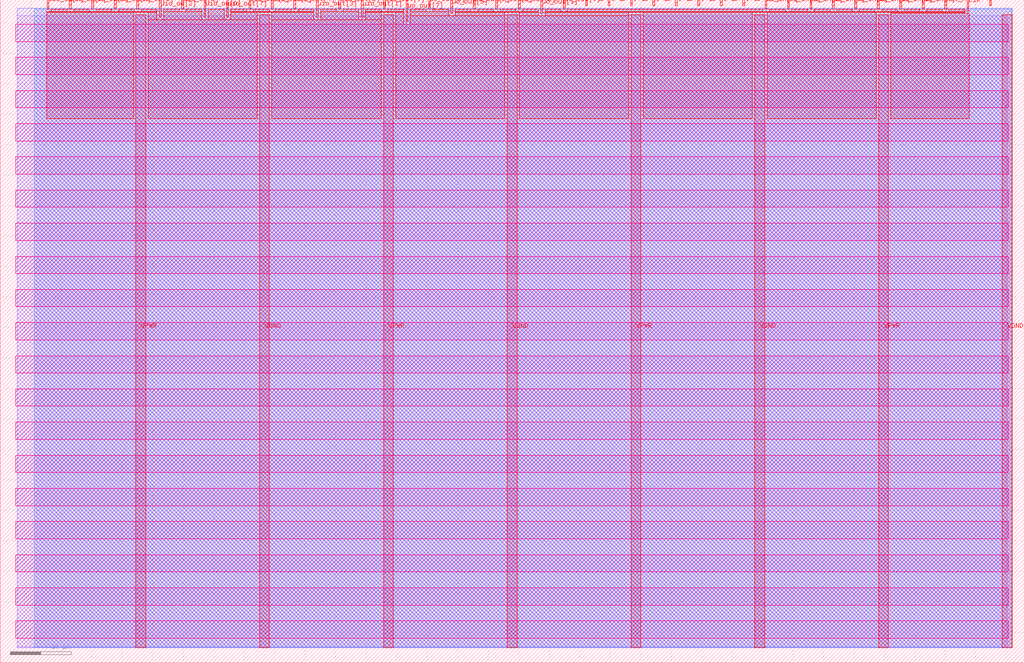
<source format=lef>
VERSION 5.7 ;
  NOWIREEXTENSIONATPIN ON ;
  DIVIDERCHAR "/" ;
  BUSBITCHARS "[]" ;
MACRO tt_um_marno_factorize
  CLASS BLOCK ;
  FOREIGN tt_um_marno_factorize ;
  ORIGIN 0.000 0.000 ;
  SIZE 167.900 BY 108.800 ;
  PIN VGND
    DIRECTION INOUT ;
    USE GROUND ;
    PORT
      LAYER met4 ;
        RECT 42.550 2.480 44.150 106.320 ;
    END
    PORT
      LAYER met4 ;
        RECT 83.145 2.480 84.745 106.320 ;
    END
    PORT
      LAYER met4 ;
        RECT 123.740 2.480 125.340 106.320 ;
    END
    PORT
      LAYER met4 ;
        RECT 164.335 2.480 165.935 106.320 ;
    END
  END VGND
  PIN VPWR
    DIRECTION INOUT ;
    USE POWER ;
    PORT
      LAYER met4 ;
        RECT 22.255 2.480 23.855 106.320 ;
    END
    PORT
      LAYER met4 ;
        RECT 62.850 2.480 64.450 106.320 ;
    END
    PORT
      LAYER met4 ;
        RECT 103.445 2.480 105.045 106.320 ;
    END
    PORT
      LAYER met4 ;
        RECT 144.040 2.480 145.640 106.320 ;
    END
  END VPWR
  PIN clk
    DIRECTION INPUT ;
    USE SIGNAL ;
    PORT
      LAYER met4 ;
        RECT 158.550 106.950 158.850 108.800 ;
    END
  END clk
  PIN ena
    DIRECTION INPUT ;
    USE SIGNAL ;
    PORT
      LAYER met4 ;
        RECT 162.230 107.800 162.530 108.800 ;
    END
  END ena
  PIN rst_n
    DIRECTION INPUT ;
    USE SIGNAL ;
    PORT
      LAYER met4 ;
        RECT 154.870 107.260 155.170 108.800 ;
    END
  END rst_n
  PIN ui_in[0]
    DIRECTION INPUT ;
    USE SIGNAL ;
    PORT
      LAYER met4 ;
        RECT 151.190 107.260 151.490 108.800 ;
    END
  END ui_in[0]
  PIN ui_in[1]
    DIRECTION INPUT ;
    USE SIGNAL ;
    PORT
      LAYER met4 ;
        RECT 147.510 107.260 147.810 108.800 ;
    END
  END ui_in[1]
  PIN ui_in[2]
    DIRECTION INPUT ;
    USE SIGNAL ;
    PORT
      LAYER met4 ;
        RECT 143.830 107.260 144.130 108.800 ;
    END
  END ui_in[2]
  PIN ui_in[3]
    DIRECTION INPUT ;
    USE SIGNAL ;
    PORT
      LAYER met4 ;
        RECT 140.150 107.260 140.450 108.800 ;
    END
  END ui_in[3]
  PIN ui_in[4]
    DIRECTION INPUT ;
    USE SIGNAL ;
    PORT
      LAYER met4 ;
        RECT 136.470 107.260 136.770 108.800 ;
    END
  END ui_in[4]
  PIN ui_in[5]
    DIRECTION INPUT ;
    USE SIGNAL ;
    PORT
      LAYER met4 ;
        RECT 132.790 107.260 133.090 108.800 ;
    END
  END ui_in[5]
  PIN ui_in[6]
    DIRECTION INPUT ;
    USE SIGNAL ;
    PORT
      LAYER met4 ;
        RECT 129.110 107.260 129.410 108.800 ;
    END
  END ui_in[6]
  PIN ui_in[7]
    DIRECTION INPUT ;
    USE SIGNAL ;
    PORT
      LAYER met4 ;
        RECT 125.430 107.260 125.730 108.800 ;
    END
  END ui_in[7]
  PIN uio_in[0]
    DIRECTION INPUT ;
    USE SIGNAL ;
    PORT
      LAYER met4 ;
        RECT 121.750 107.800 122.050 108.800 ;
    END
  END uio_in[0]
  PIN uio_in[1]
    DIRECTION INPUT ;
    USE SIGNAL ;
    PORT
      LAYER met4 ;
        RECT 118.070 107.800 118.370 108.800 ;
    END
  END uio_in[1]
  PIN uio_in[2]
    DIRECTION INPUT ;
    USE SIGNAL ;
    PORT
      LAYER met4 ;
        RECT 114.390 107.800 114.690 108.800 ;
    END
  END uio_in[2]
  PIN uio_in[3]
    DIRECTION INPUT ;
    USE SIGNAL ;
    PORT
      LAYER met4 ;
        RECT 110.710 107.800 111.010 108.800 ;
    END
  END uio_in[3]
  PIN uio_in[4]
    DIRECTION INPUT ;
    USE SIGNAL ;
    PORT
      LAYER met4 ;
        RECT 107.030 107.800 107.330 108.800 ;
    END
  END uio_in[4]
  PIN uio_in[5]
    DIRECTION INPUT ;
    USE SIGNAL ;
    PORT
      LAYER met4 ;
        RECT 103.350 107.800 103.650 108.800 ;
    END
  END uio_in[5]
  PIN uio_in[6]
    DIRECTION INPUT ;
    USE SIGNAL ;
    PORT
      LAYER met4 ;
        RECT 99.670 107.800 99.970 108.800 ;
    END
  END uio_in[6]
  PIN uio_in[7]
    DIRECTION INPUT ;
    USE SIGNAL ;
    PORT
      LAYER met4 ;
        RECT 95.990 107.800 96.290 108.800 ;
    END
  END uio_in[7]
  PIN uio_oe[0]
    DIRECTION OUTPUT TRISTATE ;
    USE SIGNAL ;
    PORT
      LAYER met4 ;
        RECT 33.430 105.900 33.730 108.800 ;
    END
  END uio_oe[0]
  PIN uio_oe[1]
    DIRECTION OUTPUT TRISTATE ;
    USE SIGNAL ;
    PORT
      LAYER met4 ;
        RECT 29.750 107.260 30.050 108.800 ;
    END
  END uio_oe[1]
  PIN uio_oe[2]
    DIRECTION OUTPUT TRISTATE ;
    USE SIGNAL ;
    PORT
      LAYER met4 ;
        RECT 26.070 105.900 26.370 108.800 ;
    END
  END uio_oe[2]
  PIN uio_oe[3]
    DIRECTION OUTPUT TRISTATE ;
    USE SIGNAL ;
    PORT
      LAYER met4 ;
        RECT 22.390 107.260 22.690 108.800 ;
    END
  END uio_oe[3]
  PIN uio_oe[4]
    DIRECTION OUTPUT TRISTATE ;
    USE SIGNAL ;
    PORT
      LAYER met4 ;
        RECT 18.710 107.260 19.010 108.800 ;
    END
  END uio_oe[4]
  PIN uio_oe[5]
    DIRECTION OUTPUT TRISTATE ;
    USE SIGNAL ;
    PORT
      LAYER met4 ;
        RECT 15.030 107.260 15.330 108.800 ;
    END
  END uio_oe[5]
  PIN uio_oe[6]
    DIRECTION OUTPUT TRISTATE ;
    USE SIGNAL ;
    PORT
      LAYER met4 ;
        RECT 11.350 107.260 11.650 108.800 ;
    END
  END uio_oe[6]
  PIN uio_oe[7]
    DIRECTION OUTPUT TRISTATE ;
    USE SIGNAL ;
    PORT
      LAYER met4 ;
        RECT 7.670 107.260 7.970 108.800 ;
    END
  END uio_oe[7]
  PIN uio_out[0]
    DIRECTION OUTPUT TRISTATE ;
    USE SIGNAL ;
    PORT
      LAYER met4 ;
        RECT 62.870 107.260 63.170 108.800 ;
    END
  END uio_out[0]
  PIN uio_out[1]
    DIRECTION OUTPUT TRISTATE ;
    USE SIGNAL ;
    PORT
      LAYER met4 ;
        RECT 59.190 105.900 59.490 108.800 ;
    END
  END uio_out[1]
  PIN uio_out[2]
    DIRECTION OUTPUT TRISTATE ;
    USE SIGNAL ;
    PORT
      LAYER met4 ;
        RECT 55.510 107.260 55.810 108.800 ;
    END
  END uio_out[2]
  PIN uio_out[3]
    DIRECTION OUTPUT TRISTATE ;
    USE SIGNAL ;
    PORT
      LAYER met4 ;
        RECT 51.830 105.900 52.130 108.800 ;
    END
  END uio_out[3]
  PIN uio_out[4]
    DIRECTION OUTPUT TRISTATE ;
    USE SIGNAL ;
    PORT
      LAYER met4 ;
        RECT 48.150 107.260 48.450 108.800 ;
    END
  END uio_out[4]
  PIN uio_out[5]
    DIRECTION OUTPUT TRISTATE ;
    USE SIGNAL ;
    PORT
      LAYER met4 ;
        RECT 44.470 107.260 44.770 108.800 ;
    END
  END uio_out[5]
  PIN uio_out[6]
    DIRECTION OUTPUT TRISTATE ;
    USE SIGNAL ;
    PORT
      LAYER met4 ;
        RECT 40.790 107.260 41.090 108.800 ;
    END
  END uio_out[6]
  PIN uio_out[7]
    DIRECTION OUTPUT TRISTATE ;
    USE SIGNAL ;
    PORT
      LAYER met4 ;
        RECT 37.110 105.900 37.410 108.800 ;
    END
  END uio_out[7]
  PIN uo_out[0]
    DIRECTION OUTPUT TRISTATE ;
    USE SIGNAL ;
    PORT
      LAYER met4 ;
        RECT 92.310 107.260 92.610 108.800 ;
    END
  END uo_out[0]
  PIN uo_out[1]
    DIRECTION OUTPUT TRISTATE ;
    USE SIGNAL ;
    PORT
      LAYER met4 ;
        RECT 88.630 106.580 88.930 108.800 ;
    END
  END uo_out[1]
  PIN uo_out[2]
    DIRECTION OUTPUT TRISTATE ;
    USE SIGNAL ;
    PORT
      LAYER met4 ;
        RECT 84.950 107.260 85.250 108.800 ;
    END
  END uo_out[2]
  PIN uo_out[3]
    DIRECTION OUTPUT TRISTATE ;
    USE SIGNAL ;
    PORT
      LAYER met4 ;
        RECT 81.270 107.260 81.570 108.800 ;
    END
  END uo_out[3]
  PIN uo_out[4]
    DIRECTION OUTPUT TRISTATE ;
    USE SIGNAL ;
    PORT
      LAYER met4 ;
        RECT 77.590 107.260 77.890 108.800 ;
    END
  END uo_out[4]
  PIN uo_out[5]
    DIRECTION OUTPUT TRISTATE ;
    USE SIGNAL ;
    PORT
      LAYER met4 ;
        RECT 73.910 106.580 74.210 108.800 ;
    END
  END uo_out[5]
  PIN uo_out[6]
    DIRECTION OUTPUT TRISTATE ;
    USE SIGNAL ;
    PORT
      LAYER met4 ;
        RECT 70.230 107.260 70.530 108.800 ;
    END
  END uo_out[6]
  PIN uo_out[7]
    DIRECTION OUTPUT TRISTATE ;
    USE SIGNAL ;
    PORT
      LAYER met4 ;
        RECT 66.550 105.220 66.850 108.800 ;
    END
  END uo_out[7]
  OBS
      LAYER nwell ;
        RECT 2.570 101.945 165.330 104.775 ;
        RECT 2.570 96.505 165.330 99.335 ;
        RECT 2.570 91.065 165.330 93.895 ;
        RECT 2.570 85.625 165.330 88.455 ;
        RECT 2.570 80.185 165.330 83.015 ;
        RECT 2.570 74.745 165.330 77.575 ;
        RECT 2.570 69.305 165.330 72.135 ;
        RECT 2.570 63.865 165.330 66.695 ;
        RECT 2.570 58.425 165.330 61.255 ;
        RECT 2.570 52.985 165.330 55.815 ;
        RECT 2.570 47.545 165.330 50.375 ;
        RECT 2.570 42.105 165.330 44.935 ;
        RECT 2.570 36.665 165.330 39.495 ;
        RECT 2.570 31.225 165.330 34.055 ;
        RECT 2.570 25.785 165.330 28.615 ;
        RECT 2.570 20.345 165.330 23.175 ;
        RECT 2.570 14.905 165.330 17.735 ;
        RECT 2.570 9.465 165.330 12.295 ;
        RECT 2.570 4.025 165.330 6.855 ;
      LAYER li1 ;
        RECT 2.760 2.635 165.140 106.165 ;
      LAYER met1 ;
        RECT 2.760 2.480 165.935 107.400 ;
      LAYER met2 ;
        RECT 5.610 2.535 165.905 107.430 ;
      LAYER met3 ;
        RECT 5.585 2.555 165.925 107.265 ;
      LAYER met4 ;
        RECT 8.370 106.860 10.950 107.265 ;
        RECT 12.050 106.860 14.630 107.265 ;
        RECT 15.730 106.860 18.310 107.265 ;
        RECT 19.410 106.860 21.990 107.265 ;
        RECT 23.090 106.860 25.670 107.265 ;
        RECT 7.655 106.720 25.670 106.860 ;
        RECT 7.655 89.255 21.855 106.720 ;
        RECT 24.255 105.500 25.670 106.720 ;
        RECT 26.770 106.860 29.350 107.265 ;
        RECT 30.450 106.860 33.030 107.265 ;
        RECT 26.770 105.500 33.030 106.860 ;
        RECT 34.130 105.500 36.710 107.265 ;
        RECT 37.810 106.860 40.390 107.265 ;
        RECT 41.490 106.860 44.070 107.265 ;
        RECT 45.170 106.860 47.750 107.265 ;
        RECT 48.850 106.860 51.430 107.265 ;
        RECT 37.810 106.720 51.430 106.860 ;
        RECT 37.810 105.500 42.150 106.720 ;
        RECT 24.255 89.255 42.150 105.500 ;
        RECT 44.550 105.500 51.430 106.720 ;
        RECT 52.530 106.860 55.110 107.265 ;
        RECT 56.210 106.860 58.790 107.265 ;
        RECT 52.530 105.500 58.790 106.860 ;
        RECT 59.890 106.860 62.470 107.265 ;
        RECT 63.570 106.860 66.150 107.265 ;
        RECT 59.890 106.720 66.150 106.860 ;
        RECT 59.890 105.500 62.450 106.720 ;
        RECT 44.550 89.255 62.450 105.500 ;
        RECT 64.850 104.820 66.150 106.720 ;
        RECT 67.250 106.860 69.830 107.265 ;
        RECT 70.930 106.860 73.510 107.265 ;
        RECT 67.250 106.180 73.510 106.860 ;
        RECT 74.610 106.860 77.190 107.265 ;
        RECT 78.290 106.860 80.870 107.265 ;
        RECT 81.970 106.860 84.550 107.265 ;
        RECT 85.650 106.860 88.230 107.265 ;
        RECT 74.610 106.720 88.230 106.860 ;
        RECT 74.610 106.180 82.745 106.720 ;
        RECT 67.250 104.820 82.745 106.180 ;
        RECT 64.850 89.255 82.745 104.820 ;
        RECT 85.145 106.180 88.230 106.720 ;
        RECT 89.330 106.860 91.910 107.265 ;
        RECT 93.010 106.860 125.030 107.265 ;
        RECT 126.130 106.860 128.710 107.265 ;
        RECT 129.810 106.860 132.390 107.265 ;
        RECT 133.490 106.860 136.070 107.265 ;
        RECT 137.170 106.860 139.750 107.265 ;
        RECT 140.850 106.860 143.430 107.265 ;
        RECT 144.530 106.860 147.110 107.265 ;
        RECT 148.210 106.860 150.790 107.265 ;
        RECT 151.890 106.860 154.470 107.265 ;
        RECT 155.570 106.860 158.150 107.265 ;
        RECT 89.330 106.720 158.150 106.860 ;
        RECT 89.330 106.180 103.045 106.720 ;
        RECT 85.145 89.255 103.045 106.180 ;
        RECT 105.445 89.255 123.340 106.720 ;
        RECT 125.740 89.255 143.640 106.720 ;
        RECT 146.040 106.550 158.150 106.720 ;
        RECT 146.040 89.255 158.865 106.550 ;
  END
END tt_um_marno_factorize
END LIBRARY


</source>
